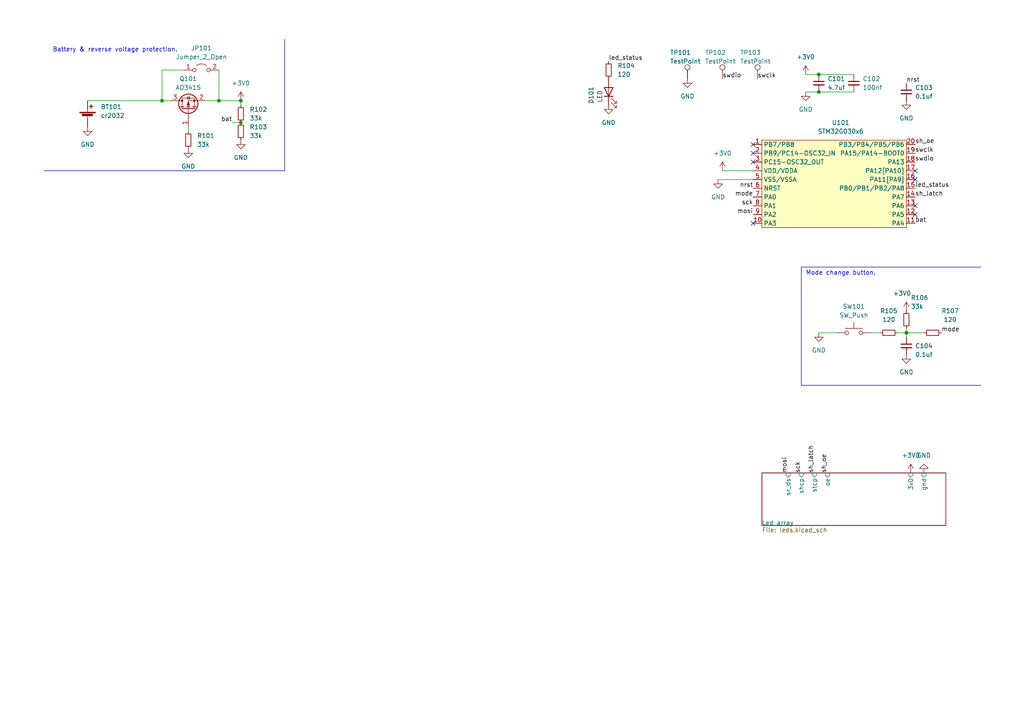
<source format=kicad_sch>
(kicad_sch (version 20230121) (generator eeschema)
  (paper "A4")
  (lib_symbols
    (symbol "Connector:TestPoint" (pin_numbers hide) (pin_names (offset 0.762) hide)
      (property "Reference" "TP" (at 0 6.858 0))
      (property "Value" "TestPoint" (at 0 5.08 0))
      (symbol "TestPoint_0_1"
        (circle (center 0 3.302) (radius 0.762))
      )
      (symbol "TestPoint_1_1"
        (pin passive line (at 0 0 90) (length 2.54) (name "1") (number "1"))
      )
    )
    (symbol "Device:Battery_Cell" (pin_numbers hide) (pin_names (offset 0) hide)
      (property "Reference" "BT" (at 2.54 2.54 0))
      (property "Value" "Battery_Cell" (at 2.54 0 0))
      (symbol "Battery_Cell_0_1"
        (rectangle (start -2.286 1.778) (end 2.286 1.524) (fill (type outline)))
        (rectangle (start -1.5748 1.1938) (end 1.4732 0.6858) (fill (type outline)))
        (polyline (pts (xy 0 0.762) (xy 0 0)))
        (polyline (pts (xy 0 1.778) (xy 0 2.54)))
        (polyline (pts (xy 0.508 3.429) (xy 1.524 3.429)) (stroke (width 0.254)))
        (polyline (pts (xy 1.016 3.937) (xy 1.016 2.921)) (stroke (width 0.254)))
      )
      (symbol "Battery_Cell_1_1"
        (pin passive line (at 0 5.08 270) (length 2.54) (name "+") (number "1"))
        (pin passive line (at 0 -2.54 90) (length 2.54) (name "-") (number "2"))
      )
    )
    (symbol "Device:C_Small" (pin_numbers hide) (pin_names (offset 0.254) hide)
      (property "Reference" "C" (at 0.254 1.778 0))
      (property "Value" "C_Small" (at 0.254 -2.032 0))
      (symbol "C_Small_0_1"
        (polyline (pts (xy -1.524 -0.508) (xy 1.524 -0.508)) (stroke (width 0.3302)))
        (polyline (pts (xy -1.524 0.508) (xy 1.524 0.508)) (stroke (width 0.3048)))
      )
      (symbol "C_Small_1_1"
        (pin passive line (at 0 2.54 270) (length 2.032) (name "~") (number "1"))
        (pin passive line (at 0 -2.54 90) (length 2.032) (name "~") (number "2"))
      )
    )
    (symbol "Device:LED" (pin_numbers hide) (pin_names (offset 1.016) hide)
      (property "Reference" "D" (at 0 2.54 0))
      (property "Value" "LED" (at 0 -2.54 0))
      (symbol "LED_0_1"
        (polyline (pts (xy -1.27 -1.27) (xy -1.27 1.27)) (stroke (width 0.254)))
        (polyline (pts (xy -1.27 0) (xy 1.27 0)))
        (polyline (pts (xy 1.27 -1.27) (xy 1.27 1.27) (xy -1.27 0) (xy 1.27 -1.27)) (stroke (width 0.254)))
        (polyline (pts (xy -3.048 -0.762) (xy -4.572 -2.286) (xy -3.81 -2.286) (xy -4.572 -2.286) (xy -4.572 -1.524)))
        (polyline (pts (xy -1.778 -0.762) (xy -3.302 -2.286) (xy -2.54 -2.286) (xy -3.302 -2.286) (xy -3.302 -1.524)))
      )
      (symbol "LED_1_1"
        (pin passive line (at -3.81 0 0) (length 2.54) (name "K") (number "1"))
        (pin passive line (at 3.81 0 180) (length 2.54) (name "A") (number "2"))
      )
    )
    (symbol "Device:Q_PMOS_GSD" (pin_names (offset 0) hide)
      (property "Reference" "Q" (at 5.08 1.27 0))
      (property "Value" "Q_PMOS_GSD" (at 5.08 -1.27 0))
      (symbol "Q_PMOS_GSD_0_1"
        (polyline (pts (xy 0.254 0) (xy -2.54 0)))
        (polyline (pts (xy 0.254 1.905) (xy 0.254 -1.905)) (stroke (width 0.254)))
        (polyline (pts (xy 0.762 -1.27) (xy 0.762 -2.286)) (stroke (width 0.254)))
        (polyline (pts (xy 0.762 0.508) (xy 0.762 -0.508)) (stroke (width 0.254)))
        (polyline (pts (xy 0.762 2.286) (xy 0.762 1.27)) (stroke (width 0.254)))
        (polyline (pts (xy 2.54 2.54) (xy 2.54 1.778)))
        (polyline (pts (xy 2.54 -2.54) (xy 2.54 0) (xy 0.762 0)))
        (polyline (pts (xy 0.762 1.778) (xy 3.302 1.778) (xy 3.302 -1.778) (xy 0.762 -1.778)))
        (polyline (pts (xy 2.286 0) (xy 1.27 0.381) (xy 1.27 -0.381) (xy 2.286 0)) (fill (type outline)))
        (polyline (pts (xy 2.794 -0.508) (xy 2.921 -0.381) (xy 3.683 -0.381) (xy 3.81 -0.254)))
        (polyline (pts (xy 3.302 -0.381) (xy 2.921 0.254) (xy 3.683 0.254) (xy 3.302 -0.381)))
        (circle (center 1.651 0) (radius 2.794) (stroke (width 0.254)))
        (circle (center 2.54 -1.778) (radius 0.254) (fill (type outline)))
        (circle (center 2.54 1.778) (radius 0.254) (fill (type outline)))
      )
      (symbol "Q_PMOS_GSD_1_1"
        (pin input line (at -5.08 0 0) (length 2.54) (name "G") (number "1"))
        (pin passive line (at 2.54 -5.08 90) (length 2.54) (name "S") (number "2"))
        (pin passive line (at 2.54 5.08 270) (length 2.54) (name "D") (number "3"))
      )
    )
    (symbol "Device:R_Small" (pin_numbers hide) (pin_names (offset 0.254) hide)
      (property "Reference" "R" (at 0.762 0.508 0))
      (property "Value" "R_Small" (at 0.762 -1.016 0))
      (symbol "R_Small_0_1"
        (rectangle (start -0.762 1.778) (end 0.762 -1.778) (stroke (width 0.2032)))
      )
      (symbol "R_Small_1_1"
        (pin passive line (at 0 2.54 270) (length 0.762) (name "~") (number "1"))
        (pin passive line (at 0 -2.54 90) (length 0.762) (name "~") (number "2"))
      )
    )
    (symbol "Jumper:Jumper_2_Open" (pin_names (offset 0) hide)
      (property "Reference" "JP" (at 0 2.794 0))
      (property "Value" "Jumper_2_Open" (at 0 -2.286 0))
      (symbol "Jumper_2_Open_0_0"
        (circle (center -2.032 0) (radius 0.508))
        (circle (center 2.032 0) (radius 0.508))
      )
      (symbol "Jumper_2_Open_0_1"
        (arc (start 1.524 1.27) (mid 0 1.778) (end -1.524 1.27))
      )
      (symbol "Jumper_2_Open_1_1"
        (pin passive line (at -5.08 0 0) (length 2.54) (name "A") (number "1"))
        (pin passive line (at 5.08 0 180) (length 2.54) (name "B") (number "2"))
      )
    )
    (symbol "MCU_ST_STM32G0:STM32G030x6"
      (property "Reference" "U" (at 0 0 0))
      (property "Value" "STM32G030x6" (at 1.27 -2.54 0))
      (symbol "STM32G030x6_0_1"
        (rectangle (start -21.59 -6.35) (end 20.32 -31.75) (fill (type background)))
      )
      (symbol "STM32G030x6_1_1"
        (pin bidirectional line (at -24.13 -7.62 0) (length 2.54) (name "PB7/PB8") (number "1"))
        (pin bidirectional line (at -24.13 -30.48 0) (length 2.54) (name "PA3") (number "10"))
        (pin bidirectional line (at 22.86 -30.48 180) (length 2.54) (name "PA4") (number "11"))
        (pin bidirectional line (at 22.86 -27.94 180) (length 2.54) (name "PA5") (number "12"))
        (pin bidirectional line (at 22.86 -25.4 180) (length 2.54) (name "PA6") (number "13"))
        (pin bidirectional line (at 22.86 -22.86 180) (length 2.54) (name "PA7") (number "14"))
        (pin bidirectional line (at 22.86 -20.32 180) (length 2.54) (name "PB0/PB1/PB2/PA8") (number "15"))
        (pin bidirectional line (at 22.86 -17.78 180) (length 2.54) (name "PA11[PA9]") (number "16"))
        (pin bidirectional line (at 22.86 -15.24 180) (length 2.54) (name "PA12[PA10]") (number "17"))
        (pin bidirectional line (at 22.86 -12.7 180) (length 2.54) (name "PA13") (number "18"))
        (pin bidirectional line (at 22.86 -10.16 180) (length 2.54) (name "PA15/PA14-BOOT0") (number "19"))
        (pin bidirectional line (at -24.13 -10.16 0) (length 2.54) (name "PB9/PC14-OSC32_IN") (number "2"))
        (pin bidirectional line (at 22.86 -7.62 180) (length 2.54) (name "PB3/PB4/PB5/PB6") (number "20"))
        (pin bidirectional line (at -24.13 -12.7 0) (length 2.54) (name "PC15-OSC32_OUT") (number "3"))
        (pin power_in line (at -24.13 -15.24 0) (length 2.54) (name "VDD/VDDA") (number "4"))
        (pin power_in line (at -24.13 -17.78 0) (length 2.54) (name "VSS/VSSA") (number "5"))
        (pin input line (at -24.13 -20.32 0) (length 2.54) (name "NRST") (number "6"))
        (pin bidirectional line (at -24.13 -22.86 0) (length 2.54) (name "PA0") (number "7"))
        (pin bidirectional line (at -24.13 -25.4 0) (length 2.54) (name "PA1") (number "8"))
        (pin bidirectional line (at -24.13 -27.94 0) (length 2.54) (name "PA2") (number "9"))
      )
    )
    (symbol "Switch:SW_Push" (pin_numbers hide) (pin_names (offset 1.016) hide)
      (property "Reference" "SW" (at 1.27 2.54 0))
      (property "Value" "SW_Push" (at 0 -1.524 0))
      (symbol "SW_Push_0_1"
        (circle (center -2.032 0) (radius 0.508))
        (polyline (pts (xy 0 1.27) (xy 0 3.048)))
        (polyline (pts (xy 2.54 1.27) (xy -2.54 1.27)))
        (circle (center 2.032 0) (radius 0.508))
        (pin passive line (at -5.08 0 0) (length 2.54) (name "1") (number "1"))
        (pin passive line (at 5.08 0 180) (length 2.54) (name "2") (number "2"))
      )
    )
    (symbol "power:+3V0" (power) (pin_names (offset 0))
      (property "Value" "+3V0" (at 0 3.556 0))
      (symbol "+3V0_0_1"
        (polyline (pts (xy -0.762 1.27) (xy 0 2.54)))
        (polyline (pts (xy 0 0) (xy 0 2.54)))
        (polyline (pts (xy 0 2.54) (xy 0.762 1.27)))
      )
      (symbol "+3V0_1_1"
        (pin power_in line (at 0 0 90) (length 0) hide (name "+3V0") (number "1"))
      )
    )
    (symbol "power:GND" (power) (pin_names (offset 0))
      (property "Value" "GND" (at 0 -3.81 0))
      (symbol "GND_0_1"
        (polyline (pts (xy 0 0) (xy 0 -1.27) (xy 1.27 -1.27) (xy 0 -2.54) (xy -1.27 -1.27) (xy 0 -1.27)))
      )
      (symbol "GND_1_1"
        (pin power_in line (at 0 0 270) (length 0) hide (name "GND") (number "1"))
      )
    )
  )
  (junction (at 237.49 21.59))
  (junction (at 63.5 29.21))
  (junction (at 262.89 96.52))
  (junction (at 46.99 29.21))
  (junction (at 237.49 26.67))
  (junction (at 69.85 29.21))
  (junction (at 69.85 35.56))
  (no_connect (at 218.44 44.45))
  (no_connect (at 218.44 46.99))
  (no_connect (at 218.44 41.91))
  (no_connect (at 265.43 59.69))
  (no_connect (at 265.43 52.07))
  (no_connect (at 265.43 49.53))
  (no_connect (at 265.43 62.23))
  (no_connect (at 218.44 64.77))
  (wire (pts (xy 69.85 30.48) (xy 69.85 29.21)))
  (wire (pts (xy 46.99 29.21) (xy 49.53 29.21)))
  (wire (pts (xy 67.31 35.56) (xy 69.85 35.56)))
  (wire (pts (xy 53.34 20.32) (xy 46.99 20.32)))
  (wire (pts (xy 237.49 21.59) (xy 247.65 21.59)))
  (wire (pts (xy 233.68 26.67) (xy 237.49 26.67)))
  (wire (pts (xy 252.73 96.52) (xy 255.27 96.52)))
  (polyline (pts (xy 12.7 49.53) (xy 82.55 49.53)))
  (wire (pts (xy 262.89 96.52) (xy 267.97 96.52)))
  (wire (pts (xy 25.4 29.21) (xy 46.99 29.21)))
  (wire (pts (xy 63.5 29.21) (xy 69.85 29.21)))
  (polyline (pts (xy 284.48 77.47) (xy 232.41 77.47)))
  (wire (pts (xy 262.89 95.25) (xy 262.89 96.52)))
  (wire (pts (xy 209.55 49.53) (xy 218.44 49.53)))
  (wire (pts (xy 54.61 38.1) (xy 54.61 36.83)))
  (wire (pts (xy 237.49 96.52) (xy 242.57 96.52)))
  (polyline (pts (xy 232.41 77.47) (xy 232.41 111.76)))
  (wire (pts (xy 237.49 26.67) (xy 247.65 26.67)))
  (wire (pts (xy 59.69 29.21) (xy 63.5 29.21)))
  (wire (pts (xy 262.89 97.79) (xy 262.89 96.52)))
  (polyline (pts (xy 82.55 11.43) (xy 82.55 49.53)))
  (wire (pts (xy 208.28 52.07) (xy 218.44 52.07)))
  (polyline (pts (xy 232.41 111.76) (xy 284.48 111.76)))
  (wire (pts (xy 233.68 21.59) (xy 237.49 21.59)))
  (wire (pts (xy 46.99 20.32) (xy 46.99 29.21)))
  (wire (pts (xy 260.35 96.52) (xy 262.89 96.52)))
  (wire (pts (xy 63.5 20.32) (xy 63.5 29.21)))
  (text "Battery & reverse voltage protection." (at 15.24 15.24 0) (effects (font (size 1.27 1.27)) (justify left bottom)))
  (text "Mode change button." (at 233.68 80.01 0) (effects (font (size 1.27 1.27)) (justify left bottom)))
  (label "sh_latch" (at 265.43 57.15 0))
  (label "swclk" (at 219.71 22.86 0))
  (label "mode" (at 218.44 57.15 180))
  (label "mosi" (at 228.6 137.16 90))
  (label "swdio" (at 209.55 22.86 0))
  (label "sh_latch" (at 236.22 137.16 90))
  (label "nrst" (at 262.89 24.13 0))
  (label "swdio" (at 265.43 46.99 0))
  (label "sh_oe" (at 265.43 41.91 0))
  (label "sck" (at 232.41 137.16 90))
  (label "nrst" (at 218.44 54.61 180))
  (label "swclk" (at 265.43 44.45 0))
  (label "bat" (at 265.43 64.77 0))
  (label "led_status" (at 265.43 54.61 0))
  (label "led_status" (at 176.53 17.78 0))
  (label "bat" (at 67.31 35.56 180))
  (label "sck" (at 218.44 59.69 180))
  (label "mode" (at 273.05 96.52 0))
  (label "mosi" (at 218.44 62.23 180))
  (label "sh_oe" (at 240.03 137.16 90))
  (symbol (lib_id "Switch:SW_Push") (at 247.65 96.52 0) (unit 1)
    (property "Reference" "SW101" (at 247.65 88.9 0))
    (property "Value" "SW_Push" (at 247.65 91.44 0))
    (property "Footprint" "Button_Switch_SMD:SW_SPST_TL3342" (effects hide))
  )
  (symbol (lib_id "power:GND") (at 176.53 30.48 0) (unit 1)
    (property "Reference" "#PWR0105" (effects hide))
    (property "Value" "GND" (at 176.53 35.56 0))
  )
  (symbol (lib_id "Device:C_Small") (at 262.89 100.33 0) (unit 1)
    (property "Reference" "C104" (at 265.43 100.33 0) (effects (justify left)))
    (property "Value" "0.1uf" (at 265.43 102.87 0) (effects (justify left)))
    (property "Footprint" "Capacitor_SMD:C_0603_1608Metric" (effects hide))
  )
  (symbol (lib_id "Connector:TestPoint") (at 209.55 22.86 0) (unit 1)
    (property "Reference" "TP102" (at 204.47 15.24 0) (effects (justify left)))
    (property "Value" "TestPoint" (at 204.47 17.78 0) (effects (justify left)))
    (property "Footprint" "TestPoint:TestPoint_Pad_D1.5mm" (effects hide))
  )
  (symbol (lib_id "Device:Battery_Cell") (at 25.4 34.29 0) (unit 1)
    (property "Reference" "BT101" (at 29.21 30.9879 0) (effects (justify left)))
    (property "Value" "cr2032" (at 29.21 33.5279 0) (effects (justify left)))
    (property "Footprint" "Battery:BatteryHolder_Keystone_3002_1x2032" (effects hide))
  )
  (symbol (lib_id "Device:LED") (at 176.53 26.67 90) (unit 1)
    (property "Reference" "D101" (at 171.45 27.6225 0))
    (property "Value" "LED" (at 173.99 27.94 0))
    (property "Footprint" "LED_SMD:LED_0603_1608Metric" (effects hide))
  )
  (symbol (lib_id "power:+3V0") (at 209.55 49.53 0) (unit 1)
    (property "Reference" "#PWR0108" (effects hide))
    (property "Value" "+3V0" (at 209.55 44.45 0))
  )
  (symbol (lib_id "MCU_ST_STM32G0:STM32G030x6") (at 242.57 34.29 0) (unit 1)
    (property "Reference" "U101" (at 243.84 35.56 0))
    (property "Value" "STM32G030x6" (at 243.84 38.1 0))
    (property "Footprint" "Package_SO:TSSOP-20_4.4x6.5mm_P0.65mm" (effects hide))
    (property "Datasheet" "https://www.st.com/resource/en/datasheet/stm32g030f6.pdf" (effects hide))
  )
  (symbol (lib_id "power:GND") (at 199.39 22.86 0) (unit 1)
    (property "Reference" "#PWR0106" (effects hide))
    (property "Value" "GND" (at 199.39 27.94 0))
  )
  (symbol (lib_id "power:GND") (at 267.97 137.16 180) (unit 1)
    (property "Reference" "#PWR0116" (effects hide))
    (property "Value" "GND" (at 267.97 132.08 0))
  )
  (symbol (lib_id "power:+3V0") (at 233.68 21.59 0) (unit 1)
    (property "Reference" "#PWR0109" (effects hide))
    (property "Value" "+3V0" (at 233.68 16.51 0))
  )
  (symbol (lib_id "power:GND") (at 262.89 29.21 0) (unit 1)
    (property "Reference" "#PWR0112" (effects hide))
    (property "Value" "GND" (at 262.89 34.29 0))
  )
  (symbol (lib_id "Device:R_Small") (at 176.53 20.32 0) (unit 1)
    (property "Reference" "R104" (at 179.07 19.0499 0) (effects (justify left)))
    (property "Value" "120" (at 179.07 21.5899 0) (effects (justify left)))
    (property "Footprint" "Resistor_SMD:R_0603_1608Metric" (effects hide))
  )
  (symbol (lib_id "power:+3V0") (at 264.16 137.16 0) (unit 1)
    (property "Reference" "#PWR0115" (effects hide))
    (property "Value" "+3V0" (at 264.16 132.08 0))
  )
  (symbol (lib_id "Jumper:Jumper_2_Open") (at 58.42 20.32 0) (unit 1)
    (property "Reference" "JP101" (at 58.42 13.97 0))
    (property "Value" "Jumper_2_Open" (at 58.42 16.51 0))
    (property "Footprint" "Jumper:SolderJumper-2_P1.3mm_Open_TrianglePad1.0x1.5mm" (effects hide))
  )
  (symbol (lib_id "Connector:TestPoint") (at 199.39 22.86 0) (unit 1)
    (property "Reference" "TP101" (at 194.31 15.24 0) (effects (justify left)))
    (property "Value" "TestPoint" (at 194.31 17.78 0) (effects (justify left)))
    (property "Footprint" "TestPoint:TestPoint_Pad_D1.5mm" (effects hide))
  )
  (symbol (lib_id "Connector:TestPoint") (at 219.71 22.86 0) (unit 1)
    (property "Reference" "TP103" (at 214.63 15.24 0) (effects (justify left)))
    (property "Value" "TestPoint" (at 214.63 17.78 0) (effects (justify left)))
    (property "Footprint" "TestPoint:TestPoint_Pad_D1.5mm" (effects hide))
  )
  (symbol (lib_id "Device:R_Small") (at 54.61 40.64 0) (unit 1)
    (property "Reference" "R101" (at 57.15 39.3699 0) (effects (justify left)))
    (property "Value" "33k" (at 57.15 41.9099 0) (effects (justify left)))
    (property "Footprint" "Resistor_SMD:R_0603_1608Metric" (effects hide))
  )
  (symbol (lib_id "Device:R_Small") (at 69.85 33.02 0) (unit 1)
    (property "Reference" "R102" (at 72.39 31.7499 0) (effects (justify left)))
    (property "Value" "33k" (at 72.39 34.2899 0) (effects (justify left)))
    (property "Footprint" "Resistor_SMD:R_0603_1608Metric" (effects hide))
  )
  (symbol (lib_id "Device:Q_PMOS_GSD") (at 54.61 31.75 90) (unit 1)
    (property "Reference" "Q101" (at 54.61 22.86 90))
    (property "Value" "AO3415" (at 54.61 25.4 90))
    (property "Footprint" "Package_TO_SOT_SMD:SOT-23" (effects hide))
  )
  (symbol (lib_id "Device:R_Small") (at 69.85 38.1 0) (unit 1)
    (property "Reference" "R103" (at 72.39 36.8299 0) (effects (justify left)))
    (property "Value" "33k" (at 72.39 39.3699 0) (effects (justify left)))
    (property "Footprint" "Resistor_SMD:R_0603_1608Metric" (effects hide))
  )
  (symbol (lib_id "Device:R_Small") (at 270.51 96.52 90) (unit 1)
    (property "Reference" "R107" (at 275.59 90.17 90))
    (property "Value" "120" (at 275.59 92.71 90))
    (property "Footprint" "Resistor_SMD:R_0603_1608Metric" (effects hide))
  )
  (symbol (lib_id "Device:C_Small") (at 237.49 24.13 0) (unit 1)
    (property "Reference" "C101" (at 240.03 22.8662 0) (effects (justify left)))
    (property "Value" "4.7uf" (at 240.03 25.4062 0) (effects (justify left)))
    (property "Footprint" "Capacitor_SMD:C_0603_1608Metric" (effects hide))
  )
  (symbol (lib_id "power:+3V0") (at 262.89 90.17 0) (unit 1)
    (property "Reference" "#PWR0113" (effects hide))
    (property "Value" "+3V0" (at 261.62 85.09 0))
  )
  (symbol (lib_id "power:+3V0") (at 69.85 29.21 0) (unit 1)
    (property "Reference" "#PWR0103" (effects hide))
    (property "Value" "+3V0" (at 69.85 24.13 0))
  )
  (symbol (lib_id "power:GND") (at 262.89 102.87 0) (unit 1)
    (property "Reference" "#PWR0114" (effects hide))
    (property "Value" "GND" (at 262.89 107.95 0))
  )
  (symbol (lib_id "Device:C_Small") (at 262.89 26.67 0) (unit 1)
    (property "Reference" "C103" (at 265.43 25.4062 0) (effects (justify left)))
    (property "Value" "0.1uf" (at 265.43 27.9462 0) (effects (justify left)))
    (property "Footprint" "Capacitor_SMD:C_0603_1608Metric" (effects hide))
  )
  (symbol (lib_id "power:GND") (at 69.85 40.64 0) (unit 1)
    (property "Reference" "#PWR0104" (effects hide))
    (property "Value" "GND" (at 69.85 45.72 0))
  )
  (symbol (lib_id "power:GND") (at 237.49 96.52 0) (unit 1)
    (property "Reference" "#PWR0111" (effects hide))
    (property "Value" "GND" (at 237.49 101.6 0))
  )
  (symbol (lib_id "power:GND") (at 25.4 36.83 0) (unit 1)
    (property "Reference" "#PWR0101" (effects hide))
    (property "Value" "GND" (at 25.4 41.91 0))
  )
  (symbol (lib_id "power:GND") (at 54.61 43.18 0) (unit 1)
    (property "Reference" "#PWR0102" (effects hide))
    (property "Value" "GND" (at 54.61 48.26 0))
  )
  (symbol (lib_id "Device:R_Small") (at 257.81 96.52 90) (unit 1)
    (property "Reference" "R105" (at 257.81 90.17 90))
    (property "Value" "120" (at 257.81 92.71 90))
    (property "Footprint" "Resistor_SMD:R_0603_1608Metric" (effects hide))
  )
  (symbol (lib_id "Device:C_Small") (at 247.65 24.13 0) (unit 1)
    (property "Reference" "C102" (at 250.19 22.8662 0) (effects (justify left)))
    (property "Value" "100nf" (at 250.19 25.4062 0) (effects (justify left)))
    (property "Footprint" "Capacitor_SMD:C_0603_1608Metric" (effects hide))
  )
  (symbol (lib_id "power:GND") (at 233.68 26.67 0) (unit 1)
    (property "Reference" "#PWR0110" (effects hide))
    (property "Value" "GND" (at 233.68 31.75 0))
  )
  (symbol (lib_id "power:GND") (at 208.28 52.07 0) (unit 1)
    (property "Reference" "#PWR0107" (effects hide))
    (property "Value" "GND" (at 208.28 57.15 0))
  )
  (symbol (lib_id "Device:R_Small") (at 262.89 92.71 0) (unit 1)
    (property "Reference" "R106" (at 264.16 86.36 0) (effects (justify left)))
    (property "Value" "33k" (at 264.16 88.9 0) (effects (justify left)))
    (property "Footprint" "Resistor_SMD:R_0603_1608Metric" (effects hide))
  )
  (sheet (at 220.98 137.16) (size 53.34 15.24) (stroke (width 0.1524))
    (property "Sheetname" "Led_array" (at 220.98 152.4 0) (effects (justify left bottom)))
    (property "Sheetfile" "leds.kicad_sch" (at 220.98 152.9846 0) (effects (justify left top)))
    (pin "shcp" input (at 232.41 137.16 90))
    (pin "oe" input (at 240.03 137.16 90))
    (pin "stcp" input (at 236.22 137.16 90))
    (pin "gnd" input (at 267.97 137.16 90))
    (pin "3v0" input (at 264.16 137.16 90))
    (pin "sr_ds" input (at 228.6 137.16 90))
  )
)
</source>
